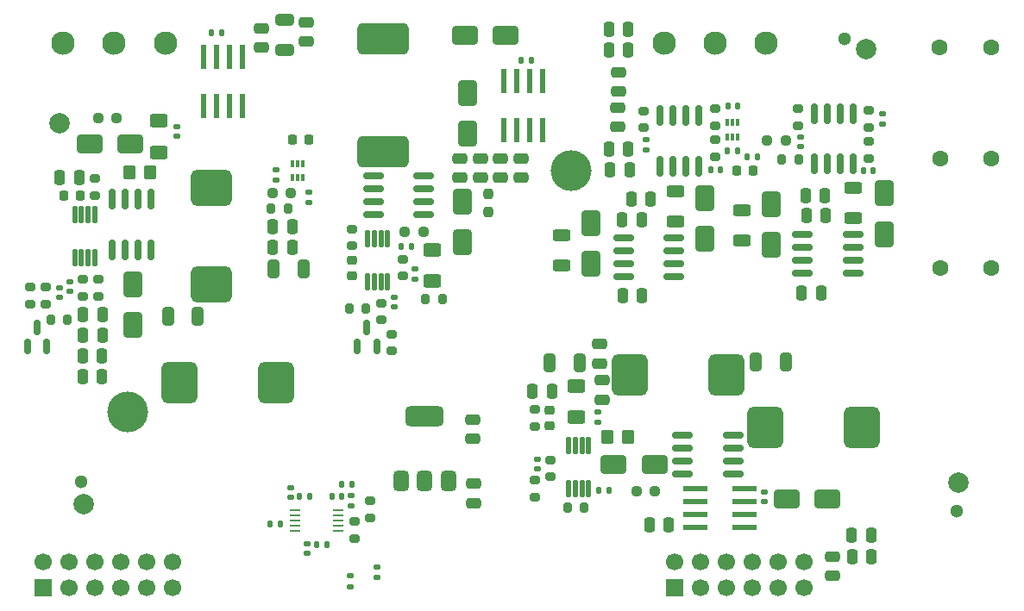
<source format=gts>
G04 #@! TF.GenerationSoftware,KiCad,Pcbnew,9.0.3-9.0.3-0~ubuntu24.04.1*
G04 #@! TF.CreationDate,2025-08-16T17:29:32+02:00*
G04 #@! TF.ProjectId,acoustic-piezodriver-board,61636f75-7374-4696-932d-7069657a6f64,rev?*
G04 #@! TF.SameCoordinates,Original*
G04 #@! TF.FileFunction,Soldermask,Top*
G04 #@! TF.FilePolarity,Negative*
%FSLAX46Y46*%
G04 Gerber Fmt 4.6, Leading zero omitted, Abs format (unit mm)*
G04 Created by KiCad (PCBNEW 9.0.3-9.0.3-0~ubuntu24.04.1) date 2025-08-16 17:29:32*
%MOMM*%
%LPD*%
G01*
G04 APERTURE LIST*
G04 Aperture macros list*
%AMRoundRect*
0 Rectangle with rounded corners*
0 $1 Rounding radius*
0 $2 $3 $4 $5 $6 $7 $8 $9 X,Y pos of 4 corners*
0 Add a 4 corners polygon primitive as box body*
4,1,4,$2,$3,$4,$5,$6,$7,$8,$9,$2,$3,0*
0 Add four circle primitives for the rounded corners*
1,1,$1+$1,$2,$3*
1,1,$1+$1,$4,$5*
1,1,$1+$1,$6,$7*
1,1,$1+$1,$8,$9*
0 Add four rect primitives between the rounded corners*
20,1,$1+$1,$2,$3,$4,$5,0*
20,1,$1+$1,$4,$5,$6,$7,0*
20,1,$1+$1,$6,$7,$8,$9,0*
20,1,$1+$1,$8,$9,$2,$3,0*%
G04 Aperture macros list end*
%ADD10C,1.300000*%
%ADD11C,2.000000*%
%ADD12RoundRect,0.200000X0.275000X-0.200000X0.275000X0.200000X-0.275000X0.200000X-0.275000X-0.200000X0*%
%ADD13R,1.700000X1.700000*%
%ADD14C,1.700000*%
%ADD15RoundRect,0.250000X0.475000X-0.250000X0.475000X0.250000X-0.475000X0.250000X-0.475000X-0.250000X0*%
%ADD16RoundRect,0.225000X0.225000X0.250000X-0.225000X0.250000X-0.225000X-0.250000X0.225000X-0.250000X0*%
%ADD17RoundRect,0.140000X-0.170000X0.140000X-0.170000X-0.140000X0.170000X-0.140000X0.170000X0.140000X0*%
%ADD18RoundRect,0.237500X-0.250000X-0.237500X0.250000X-0.237500X0.250000X0.237500X-0.250000X0.237500X0*%
%ADD19RoundRect,0.140000X0.170000X-0.140000X0.170000X0.140000X-0.170000X0.140000X-0.170000X-0.140000X0*%
%ADD20RoundRect,0.135000X-0.185000X0.135000X-0.185000X-0.135000X0.185000X-0.135000X0.185000X0.135000X0*%
%ADD21RoundRect,0.130000X-0.130000X0.692500X-0.130000X-0.692500X0.130000X-0.692500X0.130000X0.692500X0*%
%ADD22RoundRect,0.250000X0.650000X-1.000000X0.650000X1.000000X-0.650000X1.000000X-0.650000X-1.000000X0*%
%ADD23RoundRect,0.237500X0.250000X0.237500X-0.250000X0.237500X-0.250000X-0.237500X0.250000X-0.237500X0*%
%ADD24RoundRect,0.140000X-0.140000X-0.170000X0.140000X-0.170000X0.140000X0.170000X-0.140000X0.170000X0*%
%ADD25C,2.300000*%
%ADD26RoundRect,0.250000X0.250000X0.475000X-0.250000X0.475000X-0.250000X-0.475000X0.250000X-0.475000X0*%
%ADD27RoundRect,0.135000X0.135000X0.185000X-0.135000X0.185000X-0.135000X-0.185000X0.135000X-0.185000X0*%
%ADD28RoundRect,0.200000X-0.275000X0.200000X-0.275000X-0.200000X0.275000X-0.200000X0.275000X0.200000X0*%
%ADD29C,4.000000*%
%ADD30C,1.600000*%
%ADD31RoundRect,0.218750X-0.218750X-0.256250X0.218750X-0.256250X0.218750X0.256250X-0.218750X0.256250X0*%
%ADD32RoundRect,0.150000X0.150000X-0.825000X0.150000X0.825000X-0.150000X0.825000X-0.150000X-0.825000X0*%
%ADD33RoundRect,0.250000X-0.250000X-0.475000X0.250000X-0.475000X0.250000X0.475000X-0.250000X0.475000X0*%
%ADD34RoundRect,0.250000X-1.000000X-0.650000X1.000000X-0.650000X1.000000X0.650000X-1.000000X0.650000X0*%
%ADD35R,1.100000X0.250000*%
%ADD36RoundRect,0.140000X0.140000X0.170000X-0.140000X0.170000X-0.140000X-0.170000X0.140000X-0.170000X0*%
%ADD37RoundRect,0.250000X0.625000X-0.400000X0.625000X0.400000X-0.625000X0.400000X-0.625000X-0.400000X0*%
%ADD38RoundRect,0.525000X-1.475000X1.225000X-1.475000X-1.225000X1.475000X-1.225000X1.475000X1.225000X0*%
%ADD39R,2.469157X0.622132*%
%ADD40RoundRect,0.092500X-0.092500X0.255000X-0.092500X-0.255000X0.092500X-0.255000X0.092500X0.255000X0*%
%ADD41RoundRect,0.250000X0.325000X0.650000X-0.325000X0.650000X-0.325000X-0.650000X0.325000X-0.650000X0*%
%ADD42RoundRect,0.250000X-0.475000X0.250000X-0.475000X-0.250000X0.475000X-0.250000X0.475000X0.250000X0*%
%ADD43RoundRect,0.525000X-1.225000X-1.475000X1.225000X-1.475000X1.225000X1.475000X-1.225000X1.475000X0*%
%ADD44RoundRect,0.237500X0.237500X-0.250000X0.237500X0.250000X-0.237500X0.250000X-0.237500X-0.250000X0*%
%ADD45RoundRect,0.200000X0.200000X0.275000X-0.200000X0.275000X-0.200000X-0.275000X0.200000X-0.275000X0*%
%ADD46RoundRect,0.250000X1.000000X0.650000X-1.000000X0.650000X-1.000000X-0.650000X1.000000X-0.650000X0*%
%ADD47RoundRect,0.150000X-0.150000X0.825000X-0.150000X-0.825000X0.150000X-0.825000X0.150000X0.825000X0*%
%ADD48RoundRect,0.250000X-0.325000X-0.650000X0.325000X-0.650000X0.325000X0.650000X-0.325000X0.650000X0*%
%ADD49RoundRect,0.150000X0.825000X0.150000X-0.825000X0.150000X-0.825000X-0.150000X0.825000X-0.150000X0*%
%ADD50RoundRect,0.465000X-2.035000X1.085000X-2.035000X-1.085000X2.035000X-1.085000X2.035000X1.085000X0*%
%ADD51RoundRect,0.250000X-0.350000X-0.450000X0.350000X-0.450000X0.350000X0.450000X-0.350000X0.450000X0*%
%ADD52RoundRect,0.250000X0.625000X-0.312500X0.625000X0.312500X-0.625000X0.312500X-0.625000X-0.312500X0*%
%ADD53R,0.622132X2.469157*%
%ADD54RoundRect,0.150000X-0.825000X-0.150000X0.825000X-0.150000X0.825000X0.150000X-0.825000X0.150000X0*%
%ADD55RoundRect,0.375000X0.375000X-0.625000X0.375000X0.625000X-0.375000X0.625000X-0.375000X-0.625000X0*%
%ADD56RoundRect,0.500000X1.400000X-0.500000X1.400000X0.500000X-1.400000X0.500000X-1.400000X-0.500000X0*%
%ADD57RoundRect,0.150000X0.150000X-0.587500X0.150000X0.587500X-0.150000X0.587500X-0.150000X-0.587500X0*%
%ADD58RoundRect,0.250000X-0.625000X0.312500X-0.625000X-0.312500X0.625000X-0.312500X0.625000X0.312500X0*%
%ADD59RoundRect,0.200000X-0.200000X-0.275000X0.200000X-0.275000X0.200000X0.275000X-0.200000X0.275000X0*%
%ADD60RoundRect,0.250000X0.650000X-0.325000X0.650000X0.325000X-0.650000X0.325000X-0.650000X-0.325000X0*%
%ADD61RoundRect,0.250000X-0.625000X0.400000X-0.625000X-0.400000X0.625000X-0.400000X0.625000X0.400000X0*%
%ADD62RoundRect,0.218750X0.218750X0.256250X-0.218750X0.256250X-0.218750X-0.256250X0.218750X-0.256250X0*%
%ADD63RoundRect,0.225000X-0.250000X0.225000X-0.250000X-0.225000X0.250000X-0.225000X0.250000X0.225000X0*%
%ADD64RoundRect,0.225000X0.250000X-0.225000X0.250000X0.225000X-0.250000X0.225000X-0.250000X-0.225000X0*%
G04 APERTURE END LIST*
D10*
X50730000Y-128610000D03*
X136640000Y-131420000D03*
X125700000Y-85080000D03*
D11*
X50970000Y-130800000D03*
X136830000Y-128650000D03*
X48650000Y-93330000D03*
X127790000Y-86120000D03*
D12*
X96830000Y-128075000D03*
X96830000Y-126425000D03*
D13*
X47000000Y-139000000D03*
D14*
X47000000Y-136460000D03*
X49540000Y-139000000D03*
X49540000Y-136460000D03*
X52080000Y-139000000D03*
X52080000Y-136460000D03*
X54620000Y-139000000D03*
X54620000Y-136460000D03*
X57160000Y-139000000D03*
X57160000Y-136460000D03*
X59700000Y-139000000D03*
X59700000Y-136460000D03*
D15*
X103425000Y-93725000D03*
X103425000Y-91825000D03*
D16*
X50625000Y-100475000D03*
X49075000Y-100475000D03*
D17*
X117815000Y-129575000D03*
X117815000Y-130535000D03*
D18*
X82517500Y-104070000D03*
X84342500Y-104070000D03*
D19*
X71276500Y-130095000D03*
X71276500Y-129135000D03*
D20*
X77140000Y-137850000D03*
X77140000Y-138870000D03*
D12*
X81225000Y-115725000D03*
X81225000Y-114075000D03*
D21*
X80825000Y-104712500D03*
X80175000Y-104712500D03*
X79525000Y-104712500D03*
X78875000Y-104712500D03*
X78875000Y-108937500D03*
X79525000Y-108937500D03*
X80175000Y-108937500D03*
X80825000Y-108937500D03*
D22*
X111975000Y-104700000D03*
X111975000Y-100700000D03*
D23*
X119877500Y-95045000D03*
X118052500Y-95045000D03*
D19*
X106225000Y-95970000D03*
X106225000Y-95010000D03*
D24*
X93940000Y-87200000D03*
X94900000Y-87200000D03*
D20*
X77276500Y-129905000D03*
X77276500Y-130925000D03*
D25*
X108000000Y-85500000D03*
X113000000Y-85500000D03*
X118000000Y-85500000D03*
D26*
X105810000Y-110300000D03*
X103910000Y-110300000D03*
D18*
X69512500Y-100250000D03*
X71337500Y-100250000D03*
D27*
X77336500Y-128865000D03*
X76316500Y-128865000D03*
D28*
X52125000Y-98800000D03*
X52125000Y-100450000D03*
D15*
X101660000Y-116950000D03*
X101660000Y-115050000D03*
D22*
X55800000Y-113200000D03*
X55800000Y-109200000D03*
D28*
X112995000Y-91925000D03*
X112995000Y-93575000D03*
D24*
X101580000Y-129430000D03*
X102540000Y-129430000D03*
D29*
X98800000Y-98000000D03*
D28*
X79101500Y-130465000D03*
X79101500Y-132115000D03*
D30*
X135075000Y-107550000D03*
X140075000Y-107550000D03*
D31*
X115112500Y-98000000D03*
X116687500Y-98000000D03*
D32*
X122710000Y-97375000D03*
X123980000Y-97375000D03*
X125250000Y-97375000D03*
X126520000Y-97375000D03*
X126520000Y-92425000D03*
X125250000Y-92425000D03*
X123980000Y-92425000D03*
X122710000Y-92425000D03*
D33*
X121850000Y-100440000D03*
X123750000Y-100440000D03*
D34*
X51600000Y-95387500D03*
X55600000Y-95387500D03*
D35*
X76001500Y-133390000D03*
X76001500Y-132890000D03*
X76001500Y-132390000D03*
X76001500Y-131890000D03*
X76001500Y-131390000D03*
X71701500Y-131390000D03*
X71701500Y-131890000D03*
X71701500Y-132390000D03*
X71701500Y-132890000D03*
X71701500Y-133390000D03*
D36*
X113480000Y-97900000D03*
X112520000Y-97900000D03*
D12*
X80200000Y-112700000D03*
X80200000Y-111050000D03*
D33*
X126400000Y-135910000D03*
X128300000Y-135910000D03*
D37*
X99360000Y-122270000D03*
X99360000Y-119170000D03*
D21*
X52075000Y-102312500D03*
X51425000Y-102312500D03*
X50775000Y-102312500D03*
X50125000Y-102312500D03*
X50125000Y-106537500D03*
X50775000Y-106537500D03*
X51425000Y-106537500D03*
X52075000Y-106537500D03*
D38*
X63555000Y-99720000D03*
X63555000Y-109220000D03*
D39*
X110986401Y-129225000D03*
X110986401Y-130495000D03*
X110986401Y-131765000D03*
X110986401Y-133035000D03*
X115813599Y-133035000D03*
X115813599Y-131765000D03*
X115813599Y-130495000D03*
X115813599Y-129225000D03*
D26*
X104450000Y-84100000D03*
X102550000Y-84100000D03*
D36*
X83140000Y-105500000D03*
X82180000Y-105500000D03*
D40*
X72520000Y-97297500D03*
X72020000Y-97297500D03*
X71520000Y-97297500D03*
X71520000Y-98722500D03*
X72020000Y-98722500D03*
X72520000Y-98722500D03*
D18*
X52400000Y-92862500D03*
X54225000Y-92862500D03*
D27*
X74840000Y-134730000D03*
X73820000Y-134730000D03*
D17*
X72920000Y-134670000D03*
X72920000Y-135630000D03*
D19*
X60100000Y-94655000D03*
X60100000Y-93695000D03*
D41*
X99705000Y-116870000D03*
X96755000Y-116870000D03*
D36*
X115170000Y-91700000D03*
X114210000Y-91700000D03*
D33*
X103840000Y-102840000D03*
X105740000Y-102840000D03*
D41*
X62200000Y-112350000D03*
X59250000Y-112350000D03*
D19*
X83540000Y-108650000D03*
X83540000Y-107690000D03*
D42*
X103492948Y-88342676D03*
X103492948Y-90242676D03*
D17*
X129385000Y-92470000D03*
X129385000Y-93430000D03*
D43*
X104605000Y-118045000D03*
X114105000Y-118045000D03*
D44*
X90665000Y-102097500D03*
X90665000Y-100272500D03*
D33*
X69555000Y-103555000D03*
X71455000Y-103555000D03*
D45*
X49400000Y-112650000D03*
X47750000Y-112650000D03*
D17*
X73110000Y-100150000D03*
X73110000Y-101110000D03*
D34*
X120000000Y-130300000D03*
X124000000Y-130300000D03*
D20*
X79820000Y-136950000D03*
X79820000Y-137970000D03*
D43*
X60400000Y-118825000D03*
X69900000Y-118825000D03*
D12*
X77330000Y-105415000D03*
X77330000Y-103765000D03*
D27*
X73211500Y-130040000D03*
X72191500Y-130040000D03*
D46*
X92400000Y-84700000D03*
X88400000Y-84700000D03*
D42*
X101870000Y-118620000D03*
X101870000Y-120520000D03*
D12*
X121100000Y-93575000D03*
X121100000Y-91925000D03*
D15*
X72850000Y-85325000D03*
X72850000Y-83425000D03*
D36*
X128500000Y-98050000D03*
X127540000Y-98050000D03*
D33*
X69555000Y-105555000D03*
X71455000Y-105555000D03*
D25*
X49000000Y-85500000D03*
X54000000Y-85500000D03*
X59000000Y-85500000D03*
D15*
X68450000Y-85925000D03*
X68450000Y-84025000D03*
D33*
X121940000Y-102420000D03*
X123840000Y-102420000D03*
D47*
X57605000Y-100825000D03*
X56335000Y-100825000D03*
X55065000Y-100825000D03*
X53795000Y-100825000D03*
X53795000Y-105775000D03*
X55065000Y-105775000D03*
X56335000Y-105775000D03*
X57605000Y-105775000D03*
D29*
X55300000Y-121700000D03*
D20*
X69850000Y-97965000D03*
X69850000Y-98985000D03*
D28*
X47275000Y-109475000D03*
X47275000Y-111125000D03*
D26*
X52775000Y-118275000D03*
X50875000Y-118275000D03*
D28*
X95246244Y-121495208D03*
X95246244Y-123145208D03*
D12*
X128070000Y-96825000D03*
X128070000Y-95175000D03*
D22*
X129525000Y-104250000D03*
X129525000Y-100250000D03*
D17*
X81450000Y-110470000D03*
X81450000Y-111430000D03*
D45*
X121175000Y-96875000D03*
X119525000Y-96875000D03*
D19*
X101465000Y-122700000D03*
X101465000Y-121740000D03*
D26*
X108410000Y-132800000D03*
X106510000Y-132800000D03*
D18*
X105255000Y-129520000D03*
X107080000Y-129520000D03*
D19*
X121375000Y-95675000D03*
X121375000Y-94715000D03*
D48*
X116940000Y-116775000D03*
X119890000Y-116775000D03*
D30*
X135075000Y-96850000D03*
X140075000Y-96850000D03*
D49*
X84375000Y-102305000D03*
X84375000Y-101035000D03*
X84375000Y-99765000D03*
X84375000Y-98495000D03*
X79425000Y-98495000D03*
X79425000Y-99765000D03*
X79425000Y-101035000D03*
X79425000Y-102305000D03*
D42*
X87900000Y-96800000D03*
X87900000Y-98700000D03*
D27*
X117085000Y-96625000D03*
X116065000Y-96625000D03*
D37*
X58375000Y-96200000D03*
X58375000Y-93100000D03*
D12*
X52450000Y-110350000D03*
X52450000Y-108700000D03*
D17*
X48600000Y-109520000D03*
X48600000Y-110480000D03*
D50*
X80410000Y-85035000D03*
X80410000Y-96135000D03*
D51*
X55500000Y-98225000D03*
X57500000Y-98225000D03*
D52*
X126500000Y-102637500D03*
X126500000Y-99712500D03*
D34*
X103010000Y-126910000D03*
X107010000Y-126910000D03*
D26*
X123360000Y-110050000D03*
X121460000Y-110050000D03*
D53*
X62735000Y-91682198D03*
X64005000Y-91682198D03*
X65275000Y-91682198D03*
X66545000Y-91682198D03*
X66545000Y-86855000D03*
X65275000Y-86855000D03*
X64005000Y-86855000D03*
X62735000Y-86855000D03*
D24*
X63545000Y-84500000D03*
X64505000Y-84500000D03*
D12*
X105915000Y-93820000D03*
X105915000Y-92170000D03*
D54*
X121550000Y-104300000D03*
X121550000Y-105570000D03*
X121550000Y-106840000D03*
X121550000Y-108110000D03*
X126500000Y-108110000D03*
X126500000Y-106840000D03*
X126500000Y-105570000D03*
X126500000Y-104300000D03*
D42*
X89290000Y-128780000D03*
X89290000Y-130680000D03*
D22*
X88700000Y-94400000D03*
X88700000Y-90400000D03*
D55*
X82166250Y-128460000D03*
X84466250Y-128460000D03*
D56*
X84466250Y-122160000D03*
D55*
X86766250Y-128460000D03*
D28*
X77596500Y-132495000D03*
X77596500Y-134145000D03*
D12*
X82340000Y-108355000D03*
X82340000Y-106705000D03*
D57*
X45475000Y-115325000D03*
X47375000Y-115325000D03*
X46425000Y-113450000D03*
D58*
X97875000Y-104375000D03*
X97875000Y-107300000D03*
X109075000Y-100087500D03*
X109075000Y-103012500D03*
D33*
X95026244Y-119712708D03*
X96926244Y-119712708D03*
D12*
X112965000Y-96635000D03*
X112965000Y-94985000D03*
D26*
X104450000Y-95900000D03*
X102550000Y-95900000D03*
D51*
X102400000Y-124160000D03*
X104400000Y-124160000D03*
D36*
X70276500Y-132765000D03*
X69316500Y-132765000D03*
D45*
X71050000Y-101750000D03*
X69400000Y-101750000D03*
D26*
X104450000Y-86200000D03*
X102550000Y-86200000D03*
D21*
X100545000Y-125037500D03*
X99895000Y-125037500D03*
X99245000Y-125037500D03*
X98595000Y-125037500D03*
X98595000Y-129262500D03*
X99245000Y-129262500D03*
X99895000Y-129262500D03*
X100545000Y-129262500D03*
D22*
X118460000Y-105340000D03*
X118460000Y-101340000D03*
D17*
X49630000Y-108940000D03*
X49630000Y-109900000D03*
D59*
X98475000Y-131080000D03*
X100125000Y-131080000D03*
X77030000Y-111570000D03*
X78680000Y-111570000D03*
D28*
X50875000Y-108700000D03*
X50875000Y-110350000D03*
D26*
X52800000Y-116200000D03*
X50900000Y-116200000D03*
D57*
X77845000Y-115267500D03*
X79745000Y-115267500D03*
X78795000Y-113392500D03*
D30*
X135025000Y-85925000D03*
X140025000Y-85925000D03*
D26*
X104550000Y-97900000D03*
X102650000Y-97900000D03*
D36*
X76331500Y-130040000D03*
X75371500Y-130040000D03*
D42*
X91900000Y-96825000D03*
X91900000Y-98725000D03*
D54*
X103970000Y-104650000D03*
X103970000Y-105920000D03*
X103970000Y-107190000D03*
X103970000Y-108460000D03*
X108920000Y-108460000D03*
X108920000Y-107190000D03*
X108920000Y-105920000D03*
X108920000Y-104650000D03*
D33*
X104750000Y-100830000D03*
X106650000Y-100830000D03*
D58*
X115580000Y-101927500D03*
X115580000Y-104852500D03*
D15*
X89213750Y-124380000D03*
X89213750Y-122480000D03*
D12*
X128075000Y-93775000D03*
X128075000Y-92125000D03*
D43*
X117905000Y-123265000D03*
X127405000Y-123265000D03*
D48*
X69630000Y-107705000D03*
X72580000Y-107705000D03*
D60*
X70700000Y-86150000D03*
X70700000Y-83200000D03*
D26*
X52825000Y-114150000D03*
X50925000Y-114150000D03*
D42*
X89930000Y-96795000D03*
X89930000Y-98695000D03*
D33*
X126360000Y-133850000D03*
X128260000Y-133850000D03*
D12*
X45725000Y-111125000D03*
X45725000Y-109475000D03*
D53*
X92195000Y-93997010D03*
X93465000Y-93997010D03*
X94735000Y-93997010D03*
X96005000Y-93997010D03*
X96005000Y-89169812D03*
X94735000Y-89169812D03*
X93465000Y-89169812D03*
X92195000Y-89169812D03*
D61*
X85210000Y-105780000D03*
X85210000Y-108880000D03*
D40*
X115175000Y-93275000D03*
X114675000Y-93275000D03*
X114175000Y-93275000D03*
X114175000Y-94700000D03*
X114675000Y-94700000D03*
X115175000Y-94700000D03*
D62*
X73060000Y-94970000D03*
X71485000Y-94970000D03*
D42*
X124460000Y-135920000D03*
X124460000Y-137820000D03*
D26*
X50550000Y-98700000D03*
X48650000Y-98700000D03*
D19*
X95530000Y-127300000D03*
X95530000Y-126340000D03*
D22*
X100775000Y-107175000D03*
X100775000Y-103175000D03*
D63*
X77310000Y-106825000D03*
X77310000Y-108375000D03*
D24*
X114170000Y-96050000D03*
X115130000Y-96050000D03*
D42*
X93960000Y-96825000D03*
X93960000Y-98725000D03*
D64*
X96756244Y-123090208D03*
X96756244Y-121540208D03*
D32*
X107585000Y-97570000D03*
X108855000Y-97570000D03*
X110125000Y-97570000D03*
X111395000Y-97570000D03*
X111395000Y-92620000D03*
X110125000Y-92620000D03*
X108855000Y-92620000D03*
X107585000Y-92620000D03*
D45*
X86200000Y-110670000D03*
X84550000Y-110670000D03*
D26*
X52825000Y-112125000D03*
X50925000Y-112125000D03*
D22*
X88140000Y-105035000D03*
X88140000Y-101035000D03*
D13*
X109000000Y-139000000D03*
D14*
X109000000Y-136460000D03*
X111540000Y-139000000D03*
X111540000Y-136460000D03*
X114080000Y-139000000D03*
X114080000Y-136460000D03*
X116620000Y-139000000D03*
X116620000Y-136460000D03*
X119160000Y-139000000D03*
X119160000Y-136460000D03*
X121700000Y-139000000D03*
X121700000Y-136460000D03*
D12*
X95300000Y-130100000D03*
X95300000Y-128450000D03*
D54*
X109795000Y-124015000D03*
X109795000Y-125285000D03*
X109795000Y-126555000D03*
X109795000Y-127825000D03*
X114745000Y-127825000D03*
X114745000Y-126555000D03*
X114745000Y-125285000D03*
X114745000Y-124015000D03*
M02*

</source>
